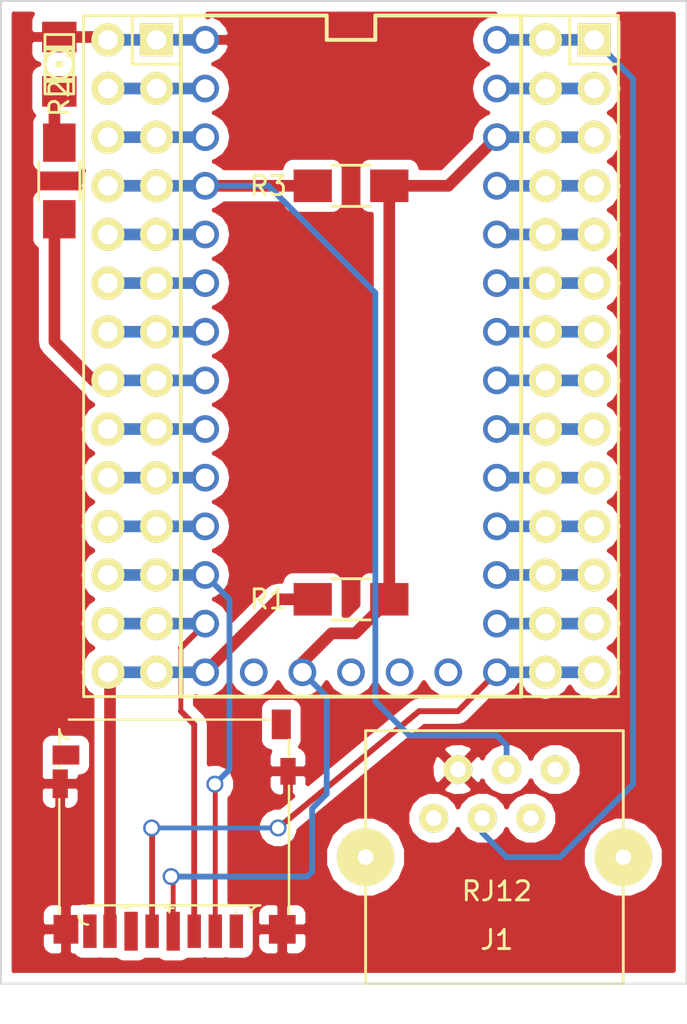
<source format=kicad_pcb>
(kicad_pcb (version 4) (host pcbnew "(2014-10-27 BZR 5228)-product")

  (general
    (links 75)
    (no_connects 0)
    (area 154.889999 89.865999 190.042001 145.084001)
    (thickness 1.6)
    (drawings 6)
    (tracks 116)
    (zones 0)
    (modules 9)
    (nets 40)
  )

  (page USLedger)
  (title_block
    (title "Pyrologger V3")
    (date "Monday, February 02, 2015")
    (company "Souly Solar")
  )

  (layers
    (0 F.Cu signal)
    (31 B.Cu signal)
    (32 B.Adhes user)
    (33 F.Adhes user)
    (34 B.Paste user)
    (35 F.Paste user)
    (36 B.SilkS user)
    (37 F.SilkS user)
    (38 B.Mask user)
    (39 F.Mask user)
    (40 Dwgs.User user)
    (41 Cmts.User user)
    (42 Eco1.User user)
    (43 Eco2.User user)
    (44 Edge.Cuts user)
    (45 Margin user)
    (46 B.CrtYd user)
    (47 F.CrtYd user)
    (48 B.Fab user)
    (49 F.Fab user)
  )

  (setup
    (last_trace_width 0.3048)
    (user_trace_width 0.1524)
    (user_trace_width 0.3048)
    (user_trace_width 0.6096)
    (trace_clearance 0.254)
    (zone_clearance 0.508)
    (zone_45_only no)
    (trace_min 0.1524)
    (segment_width 0.2)
    (edge_width 0.1)
    (via_size 0.889)
    (via_drill 0.635)
    (via_min_size 0.508)
    (via_min_drill 0.3302)
    (user_via 0.8636 0.6096)
    (uvia_size 0.508)
    (uvia_drill 0.127)
    (uvias_allowed no)
    (uvia_min_size 0.381)
    (uvia_min_drill 0.127)
    (pcb_text_width 0.3)
    (pcb_text_size 1.5 1.5)
    (mod_edge_width 0.15)
    (mod_text_size 1 1)
    (mod_text_width 0.15)
    (pad_size 1.5 1.5)
    (pad_drill 0.6)
    (pad_to_mask_clearance 0)
    (aux_axis_origin 0 0)
    (visible_elements 7FFFFF7F)
    (pcbplotparams
      (layerselection 0x00030_80000001)
      (usegerberextensions false)
      (excludeedgelayer true)
      (linewidth 0.100000)
      (plotframeref false)
      (viasonmask false)
      (mode 1)
      (useauxorigin false)
      (hpglpennumber 1)
      (hpglpenspeed 20)
      (hpglpendiameter 15)
      (hpglpenoverlay 2)
      (psnegative false)
      (psa4output false)
      (plotreference true)
      (plotvalue true)
      (plotinvisibletext false)
      (padsonsilk false)
      (subtractmaskfromsilk false)
      (outputformat 1)
      (mirror false)
      (drillshape 1)
      (scaleselection 1)
      (outputdirectory ""))
  )

  (net 0 "")
  (net 1 "Net-(J1-Pad6)")
  (net 2 "Net-(J1-Pad1)")
  (net 3 "Net-(J1-Pad5)")
  (net 4 "Net-(J1-Pad8)")
  (net 5 "Net-(J1-Pad7)")
  (net 6 +5V)
  (net 7 /DQ)
  (net 8 GND)
  (net 9 "Net-(D1-Pad1)")
  (net 10 /MISO)
  (net 11 "Net-(U1-PadDAT1)")
  (net 12 /SCK)
  (net 13 /MOSI)
  (net 14 /SS)
  (net 15 "Net-(U1-PadDAT2)")
  (net 16 "Net-(U2-PadVBAT)")
  (net 17 "Net-(U2-PadPGM)")
  (net 18 "Net-(U2-PadA14)")
  (net 19 /PIN0)
  (net 20 /PIN1)
  (net 21 /PIN3)
  (net 22 /PIN4)
  (net 23 /PIN5)
  (net 24 /PIN6)
  (net 25 /PIN7)
  (net 26 /PIN8)
  (net 27 /PIN9)
  (net 28 /PIN20)
  (net 29 /PIN19)
  (net 30 /PIN18)
  (net 31 /PIN17)
  (net 32 /PIN16)
  (net 33 /PIN15)
  (net 34 /PIN14)
  (net 35 +3.3V)
  (net 36 /PIN23)
  (net 37 /PIN22)
  (net 38 /PIN21)
  (net 39 /AGND)

  (net_class Default "This is the default net class."
    (clearance 0.254)
    (trace_width 0.254)
    (via_dia 0.889)
    (via_drill 0.635)
    (uvia_dia 0.508)
    (uvia_drill 0.127)
    (add_net +3.3V)
    (add_net +5V)
    (add_net /AGND)
    (add_net /DQ)
    (add_net /MISO)
    (add_net /MOSI)
    (add_net /PIN0)
    (add_net /PIN1)
    (add_net /PIN14)
    (add_net /PIN15)
    (add_net /PIN16)
    (add_net /PIN17)
    (add_net /PIN18)
    (add_net /PIN19)
    (add_net /PIN20)
    (add_net /PIN21)
    (add_net /PIN22)
    (add_net /PIN23)
    (add_net /PIN3)
    (add_net /PIN4)
    (add_net /PIN5)
    (add_net /PIN6)
    (add_net /PIN7)
    (add_net /PIN8)
    (add_net /PIN9)
    (add_net /SCK)
    (add_net /SS)
    (add_net GND)
    (add_net "Net-(D1-Pad1)")
    (add_net "Net-(J1-Pad1)")
    (add_net "Net-(J1-Pad5)")
    (add_net "Net-(J1-Pad6)")
    (add_net "Net-(J1-Pad7)")
    (add_net "Net-(J1-Pad8)")
    (add_net "Net-(U1-PadDAT1)")
    (add_net "Net-(U1-PadDAT2)")
    (add_net "Net-(U2-PadA14)")
    (add_net "Net-(U2-PadPGM)")
    (add_net "Net-(U2-PadVBAT)")
  )

  (module Connect:RJ12_E (layer F.Cu) (tedit 54B9CC0E) (tstamp 54B78787)
    (at 180.34 143.51)
    (path /54B70F87)
    (fp_text reference J1 (at 0 0) (layer F.SilkS)
      (effects (font (size 1 1) (thickness 0.15)))
    )
    (fp_text value RJ12 (at 0 -2.54) (layer F.SilkS)
      (effects (font (size 1 1) (thickness 0.15)))
    )
    (fp_line (start -6.858 -10.922) (end -6.858 2.286) (layer F.SilkS) (width 0.15))
    (fp_line (start 6.604 -10.922) (end 6.604 2.286) (layer F.SilkS) (width 0.15))
    (fp_line (start -6.858 2.286) (end 6.604 2.286) (layer F.SilkS) (width 0.15))
    (fp_line (start 5.842 -10.922) (end 6.604 -10.922) (layer F.SilkS) (width 0.15))
    (fp_line (start -6.858 -10.922) (end 5.842 -10.922) (layer F.SilkS) (width 0.15))
    (pad 4 thru_hole circle (at 0.508 -8.89) (size 1.524 1.524) (drill 0.8128) (layers *.Cu *.Mask F.SilkS)
      (net 7 /DQ))
    (pad 2 thru_hole circle (at -2.032 -8.89) (size 1.524 1.524) (drill 0.8128) (layers *.Cu *.Mask F.SilkS)
      (net 8 GND))
    (pad 6 thru_hole circle (at 3.048 -8.89) (size 1.524 1.524) (drill 0.8128) (layers *.Cu *.Mask F.SilkS)
      (net 1 "Net-(J1-Pad6)"))
    (pad 1 thru_hole circle (at -3.302 -6.35) (size 1.524 1.524) (drill 0.8128) (layers *.Cu *.Mask F.SilkS)
      (net 2 "Net-(J1-Pad1)"))
    (pad 3 thru_hole circle (at -0.762 -6.35) (size 1.524 1.524) (drill 0.8128) (layers *.Cu *.Mask F.SilkS)
      (net 6 +5V))
    (pad 5 thru_hole circle (at 1.778 -6.35) (size 1.524 1.524) (drill 0.8128) (layers *.Cu *.Mask F.SilkS)
      (net 3 "Net-(J1-Pad5)"))
    (pad 8 thru_hole circle (at 6.604 -4.318) (size 2.99974 2.99974) (drill 0.8128) (layers *.Cu *.Mask F.SilkS)
      (net 4 "Net-(J1-Pad8)"))
    (pad 7 thru_hole circle (at -6.858 -4.318) (size 2.99974 2.99974) (drill 0.8128) (layers *.Cu *.Mask F.SilkS)
      (net 5 "Net-(J1-Pad7)"))
  )

  (module Resistors_SMD:R_1206_HandSoldering (layer F.Cu) (tedit 54D0CE07) (tstamp 54B9CB1E)
    (at 172.72 125.73 180)
    (descr "Resistor SMD 1206, hand soldering")
    (tags "resistor 1206")
    (path /54B9C75F)
    (attr smd)
    (fp_text reference R1 (at 4.318 0 180) (layer F.SilkS)
      (effects (font (size 1 1) (thickness 0.15)))
    )
    (fp_text value 10K (at 0 0 180) (layer F.SilkS) hide
      (effects (font (size 1 1) (thickness 0.15)))
    )
    (fp_line (start -3.3 -1.2) (end 3.3 -1.2) (layer F.CrtYd) (width 0.05))
    (fp_line (start -3.3 1.2) (end 3.3 1.2) (layer F.CrtYd) (width 0.05))
    (fp_line (start -3.3 -1.2) (end -3.3 1.2) (layer F.CrtYd) (width 0.05))
    (fp_line (start 3.3 -1.2) (end 3.3 1.2) (layer F.CrtYd) (width 0.05))
    (fp_line (start 1 1.075) (end -1 1.075) (layer F.SilkS) (width 0.15))
    (fp_line (start -1 -1.075) (end 1 -1.075) (layer F.SilkS) (width 0.15))
    (pad 1 smd rect (at -2 0 180) (size 2 1.7) (layers F.Cu F.Paste F.Mask)
      (net 35 +3.3V))
    (pad 2 smd rect (at 2 0 180) (size 2 1.7) (layers F.Cu F.Paste F.Mask)
      (net 10 /MISO))
    (model Resistors_SMD/R_1206_HandSoldering.wrl
      (at (xyz 0 0 0))
      (scale (xyz 1 1 1))
      (rotate (xyz 0 0 0))
    )
  )

  (module Resistors_SMD:R_1206_HandSoldering (layer F.Cu) (tedit 54D0CDEE) (tstamp 54B9CB28)
    (at 157.48 103.886 90)
    (descr "Resistor SMD 1206, hand soldering")
    (tags "resistor 1206")
    (path /54B9C90A)
    (attr smd)
    (fp_text reference R2 (at 4.318 0 90) (layer F.SilkS)
      (effects (font (size 1 1) (thickness 0.15)))
    )
    (fp_text value "330 " (at -0.254 -0.254 90) (layer F.SilkS) hide
      (effects (font (size 1 1) (thickness 0.15)))
    )
    (fp_line (start -3.3 -1.2) (end 3.3 -1.2) (layer F.CrtYd) (width 0.05))
    (fp_line (start -3.3 1.2) (end 3.3 1.2) (layer F.CrtYd) (width 0.05))
    (fp_line (start -3.3 -1.2) (end -3.3 1.2) (layer F.CrtYd) (width 0.05))
    (fp_line (start 3.3 -1.2) (end 3.3 1.2) (layer F.CrtYd) (width 0.05))
    (fp_line (start 1 1.075) (end -1 1.075) (layer F.SilkS) (width 0.15))
    (fp_line (start -1 -1.075) (end 1 -1.075) (layer F.SilkS) (width 0.15))
    (pad 1 smd rect (at -2 0 90) (size 2 1.7) (layers F.Cu F.Paste F.Mask)
      (net 24 /PIN6))
    (pad 2 smd rect (at 2 0 90) (size 2 1.7) (layers F.Cu F.Paste F.Mask)
      (net 9 "Net-(D1-Pad1)"))
    (model Resistors_SMD/R_1206_HandSoldering.wrl
      (at (xyz 0 0 0))
      (scale (xyz 1 1 1))
      (rotate (xyz 0 0 0))
    )
  )

  (module Resistors_SMD:R_1206_HandSoldering (layer F.Cu) (tedit 54D0CDF3) (tstamp 54BA6C7D)
    (at 172.72 104.14 180)
    (descr "Resistor SMD 1206, hand soldering")
    (tags "resistor 1206")
    (path /54B71559)
    (attr smd)
    (fp_text reference R3 (at 4.318 0 180) (layer F.SilkS)
      (effects (font (size 1 1) (thickness 0.15)))
    )
    (fp_text value 4.7K (at 0 0 180) (layer F.SilkS) hide
      (effects (font (size 1 1) (thickness 0.15)))
    )
    (fp_line (start -3.3 -1.2) (end 3.3 -1.2) (layer F.CrtYd) (width 0.05))
    (fp_line (start -3.3 1.2) (end 3.3 1.2) (layer F.CrtYd) (width 0.05))
    (fp_line (start -3.3 -1.2) (end -3.3 1.2) (layer F.CrtYd) (width 0.05))
    (fp_line (start 3.3 -1.2) (end 3.3 1.2) (layer F.CrtYd) (width 0.05))
    (fp_line (start 1 1.075) (end -1 1.075) (layer F.SilkS) (width 0.15))
    (fp_line (start -1 -1.075) (end 1 -1.075) (layer F.SilkS) (width 0.15))
    (pad 1 smd rect (at -2 0 180) (size 2 1.7) (layers F.Cu F.Paste F.Mask)
      (net 35 +3.3V))
    (pad 2 smd rect (at 2 0 180) (size 2 1.7) (layers F.Cu F.Paste F.Mask)
      (net 7 /DQ))
    (model Resistors_SMD/R_1206_HandSoldering.wrl
      (at (xyz 0 0 0))
      (scale (xyz 1 1 1))
      (rotate (xyz 0 0 0))
    )
  )

  (module Socket_Strips:Socket_Strip_Straight_2x14 (layer F.Cu) (tedit 54D0CF08) (tstamp 54BA9223)
    (at 161.29 113.03 90)
    (descr "Through hole socket strip")
    (tags "socket strip")
    (path /54BA918C)
    (fp_text reference P1 (at 0 -3.81 90) (layer F.SilkS) hide
      (effects (font (size 1 1) (thickness 0.15)))
    )
    (fp_text value CONN_02X14 (at 0 0 90) (layer F.SilkS) hide
      (effects (font (size 1 1) (thickness 0.15)))
    )
    (fp_line (start -17.78 -2.54) (end 17.78 -2.54) (layer F.SilkS) (width 0.15))
    (fp_line (start 15.24 2.54) (end -17.78 2.54) (layer F.SilkS) (width 0.15))
    (fp_line (start -17.78 -2.54) (end -17.78 2.54) (layer F.SilkS) (width 0.15))
    (fp_line (start 17.78 -2.54) (end 17.78 0) (layer F.SilkS) (width 0.15))
    (fp_line (start 17.78 2.54) (end 15.24 2.54) (layer F.SilkS) (width 0.15))
    (fp_line (start 17.78 0) (end 15.24 0) (layer F.SilkS) (width 0.15))
    (fp_line (start 15.24 0) (end 15.24 2.54) (layer F.SilkS) (width 0.15))
    (fp_line (start 17.78 2.54) (end 17.78 0) (layer F.SilkS) (width 0.15))
    (pad 1 thru_hole rect (at 16.51 1.27 270) (size 1.7272 1.7272) (drill 1.016) (layers *.Cu *.Mask F.SilkS)
      (net 8 GND))
    (pad 2 thru_hole oval (at 16.51 -1.27 270) (size 1.7272 1.7272) (drill 1.016) (layers *.Cu *.Mask F.SilkS)
      (net 8 GND))
    (pad 3 thru_hole oval (at 13.97 1.27 270) (size 1.7272 1.7272) (drill 1.016) (layers *.Cu *.Mask F.SilkS)
      (net 19 /PIN0))
    (pad 4 thru_hole oval (at 13.97 -1.27 270) (size 1.7272 1.7272) (drill 1.016) (layers *.Cu *.Mask F.SilkS)
      (net 19 /PIN0))
    (pad 5 thru_hole oval (at 11.43 1.27 270) (size 1.7272 1.7272) (drill 1.016) (layers *.Cu *.Mask F.SilkS)
      (net 20 /PIN1))
    (pad 6 thru_hole oval (at 11.43 -1.27 270) (size 1.7272 1.7272) (drill 1.016) (layers *.Cu *.Mask F.SilkS)
      (net 20 /PIN1))
    (pad 7 thru_hole oval (at 8.89 1.27 270) (size 1.7272 1.7272) (drill 1.016) (layers *.Cu *.Mask F.SilkS)
      (net 7 /DQ))
    (pad 8 thru_hole oval (at 8.89 -1.27 270) (size 1.7272 1.7272) (drill 1.016) (layers *.Cu *.Mask F.SilkS)
      (net 7 /DQ))
    (pad 9 thru_hole oval (at 6.35 1.27 270) (size 1.7272 1.7272) (drill 1.016) (layers *.Cu *.Mask F.SilkS)
      (net 21 /PIN3))
    (pad 10 thru_hole oval (at 6.35 -1.27 270) (size 1.7272 1.7272) (drill 1.016) (layers *.Cu *.Mask F.SilkS)
      (net 21 /PIN3))
    (pad 11 thru_hole oval (at 3.81 1.27 270) (size 1.7272 1.7272) (drill 1.016) (layers *.Cu *.Mask F.SilkS)
      (net 22 /PIN4))
    (pad 12 thru_hole oval (at 3.81 -1.27 270) (size 1.7272 1.7272) (drill 1.016) (layers *.Cu *.Mask F.SilkS)
      (net 22 /PIN4))
    (pad 13 thru_hole oval (at 1.27 1.27 270) (size 1.7272 1.7272) (drill 1.016) (layers *.Cu *.Mask F.SilkS)
      (net 23 /PIN5))
    (pad 14 thru_hole oval (at 1.27 -1.27 270) (size 1.7272 1.7272) (drill 1.016) (layers *.Cu *.Mask F.SilkS)
      (net 23 /PIN5))
    (pad 15 thru_hole oval (at -1.27 1.27 270) (size 1.7272 1.7272) (drill 1.016) (layers *.Cu *.Mask F.SilkS)
      (net 24 /PIN6))
    (pad 16 thru_hole oval (at -1.27 -1.27 270) (size 1.7272 1.7272) (drill 1.016) (layers *.Cu *.Mask F.SilkS)
      (net 24 /PIN6))
    (pad 17 thru_hole oval (at -3.81 1.27 270) (size 1.7272 1.7272) (drill 1.016) (layers *.Cu *.Mask F.SilkS)
      (net 25 /PIN7))
    (pad 18 thru_hole oval (at -3.81 -1.27 270) (size 1.7272 1.7272) (drill 1.016) (layers *.Cu *.Mask F.SilkS)
      (net 25 /PIN7))
    (pad 19 thru_hole oval (at -6.35 1.27 270) (size 1.7272 1.7272) (drill 1.016) (layers *.Cu *.Mask F.SilkS)
      (net 26 /PIN8))
    (pad 20 thru_hole oval (at -6.35 -1.27 270) (size 1.7272 1.7272) (drill 1.016) (layers *.Cu *.Mask F.SilkS)
      (net 26 /PIN8))
    (pad 21 thru_hole oval (at -8.89 1.27 270) (size 1.7272 1.7272) (drill 1.016) (layers *.Cu *.Mask F.SilkS)
      (net 27 /PIN9))
    (pad 22 thru_hole oval (at -8.89 -1.27 270) (size 1.7272 1.7272) (drill 1.016) (layers *.Cu *.Mask F.SilkS)
      (net 27 /PIN9))
    (pad 23 thru_hole oval (at -11.43 1.27 270) (size 1.7272 1.7272) (drill 1.016) (layers *.Cu *.Mask F.SilkS)
      (net 14 /SS))
    (pad 24 thru_hole oval (at -11.43 -1.27 270) (size 1.7272 1.7272) (drill 1.016) (layers *.Cu *.Mask F.SilkS)
      (net 14 /SS))
    (pad 25 thru_hole oval (at -13.97 1.27 270) (size 1.7272 1.7272) (drill 1.016) (layers *.Cu *.Mask F.SilkS)
      (net 13 /MOSI))
    (pad 26 thru_hole oval (at -13.97 -1.27 270) (size 1.7272 1.7272) (drill 1.016) (layers *.Cu *.Mask F.SilkS)
      (net 13 /MOSI))
    (pad 27 thru_hole oval (at -16.51 1.27 270) (size 1.7272 1.7272) (drill 1.016) (layers *.Cu *.Mask F.SilkS)
      (net 10 /MISO))
    (pad 28 thru_hole oval (at -16.51 -1.27 270) (size 1.7272 1.7272) (drill 1.016) (layers *.Cu *.Mask F.SilkS)
      (net 10 /MISO))
    (model Socket_Strips/Socket_Strip_Straight_2x14.wrl
      (at (xyz 0 0 0))
      (scale (xyz 1 1 1))
      (rotate (xyz 0 0 0))
    )
  )

  (module Socket_Strips:Socket_Strip_Straight_2x14 (layer F.Cu) (tedit 54D0DB58) (tstamp 54BA92A4)
    (at 184.15 113.03 90)
    (descr "Through hole socket strip")
    (tags "socket strip")
    (path /54BA91AB)
    (fp_text reference P2 (at 0 -3.81 90) (layer F.SilkS) hide
      (effects (font (size 1 1) (thickness 0.15)))
    )
    (fp_text value CONN_02X14 (at 0 0 90) (layer F.SilkS) hide
      (effects (font (size 1 1) (thickness 0.15)))
    )
    (fp_line (start -17.78 -2.54) (end 17.78 -2.54) (layer F.SilkS) (width 0.15))
    (fp_line (start 15.24 2.54) (end -17.78 2.54) (layer F.SilkS) (width 0.15))
    (fp_line (start -17.78 -2.54) (end -17.78 2.54) (layer F.SilkS) (width 0.15))
    (fp_line (start 17.78 -2.54) (end 17.78 0) (layer F.SilkS) (width 0.15))
    (fp_line (start 17.78 2.54) (end 15.24 2.54) (layer F.SilkS) (width 0.15))
    (fp_line (start 17.78 0) (end 15.24 0) (layer F.SilkS) (width 0.15))
    (fp_line (start 15.24 0) (end 15.24 2.54) (layer F.SilkS) (width 0.15))
    (fp_line (start 17.78 2.54) (end 17.78 0) (layer F.SilkS) (width 0.15))
    (pad 1 thru_hole rect (at 16.51 1.27 270) (size 1.7272 1.7272) (drill 1.016) (layers *.Cu *.Mask F.SilkS)
      (net 6 +5V))
    (pad 2 thru_hole oval (at 16.51 -1.27 270) (size 1.7272 1.7272) (drill 1.016) (layers *.Cu *.Mask F.SilkS)
      (net 6 +5V))
    (pad 3 thru_hole oval (at 13.97 1.27 270) (size 1.7272 1.7272) (drill 1.016) (layers *.Cu *.Mask F.SilkS)
      (net 39 /AGND))
    (pad 4 thru_hole oval (at 13.97 -1.27 270) (size 1.7272 1.7272) (drill 1.016) (layers *.Cu *.Mask F.SilkS)
      (net 39 /AGND))
    (pad 5 thru_hole oval (at 11.43 1.27 270) (size 1.7272 1.7272) (drill 1.016) (layers *.Cu *.Mask F.SilkS)
      (net 35 +3.3V))
    (pad 6 thru_hole oval (at 11.43 -1.27 270) (size 1.7272 1.7272) (drill 1.016) (layers *.Cu *.Mask F.SilkS)
      (net 35 +3.3V))
    (pad 7 thru_hole oval (at 8.89 1.27 270) (size 1.7272 1.7272) (drill 1.016) (layers *.Cu *.Mask F.SilkS)
      (net 36 /PIN23))
    (pad 8 thru_hole oval (at 8.89 -1.27 270) (size 1.7272 1.7272) (drill 1.016) (layers *.Cu *.Mask F.SilkS)
      (net 36 /PIN23))
    (pad 9 thru_hole oval (at 6.35 1.27 270) (size 1.7272 1.7272) (drill 1.016) (layers *.Cu *.Mask F.SilkS)
      (net 37 /PIN22))
    (pad 10 thru_hole oval (at 6.35 -1.27 270) (size 1.7272 1.7272) (drill 1.016) (layers *.Cu *.Mask F.SilkS)
      (net 37 /PIN22))
    (pad 11 thru_hole oval (at 3.81 1.27 270) (size 1.7272 1.7272) (drill 1.016) (layers *.Cu *.Mask F.SilkS)
      (net 38 /PIN21))
    (pad 12 thru_hole oval (at 3.81 -1.27 270) (size 1.7272 1.7272) (drill 1.016) (layers *.Cu *.Mask F.SilkS)
      (net 38 /PIN21))
    (pad 13 thru_hole oval (at 1.27 1.27 270) (size 1.7272 1.7272) (drill 1.016) (layers *.Cu *.Mask F.SilkS)
      (net 28 /PIN20))
    (pad 14 thru_hole oval (at 1.27 -1.27 270) (size 1.7272 1.7272) (drill 1.016) (layers *.Cu *.Mask F.SilkS)
      (net 28 /PIN20))
    (pad 15 thru_hole oval (at -1.27 1.27 270) (size 1.7272 1.7272) (drill 1.016) (layers *.Cu *.Mask F.SilkS)
      (net 29 /PIN19))
    (pad 16 thru_hole oval (at -1.27 -1.27 270) (size 1.7272 1.7272) (drill 1.016) (layers *.Cu *.Mask F.SilkS)
      (net 29 /PIN19))
    (pad 17 thru_hole oval (at -3.81 1.27 270) (size 1.7272 1.7272) (drill 1.016) (layers *.Cu *.Mask F.SilkS)
      (net 30 /PIN18))
    (pad 18 thru_hole oval (at -3.81 -1.27 270) (size 1.7272 1.7272) (drill 1.016) (layers *.Cu *.Mask F.SilkS)
      (net 30 /PIN18))
    (pad 19 thru_hole oval (at -6.35 1.27 270) (size 1.7272 1.7272) (drill 1.016) (layers *.Cu *.Mask F.SilkS)
      (net 31 /PIN17))
    (pad 20 thru_hole oval (at -6.35 -1.27 270) (size 1.7272 1.7272) (drill 1.016) (layers *.Cu *.Mask F.SilkS)
      (net 31 /PIN17))
    (pad 21 thru_hole oval (at -8.89 1.27 270) (size 1.7272 1.7272) (drill 1.016) (layers *.Cu *.Mask F.SilkS)
      (net 32 /PIN16))
    (pad 22 thru_hole oval (at -8.89 -1.27 270) (size 1.7272 1.7272) (drill 1.016) (layers *.Cu *.Mask F.SilkS)
      (net 32 /PIN16))
    (pad 23 thru_hole oval (at -11.43 1.27 270) (size 1.7272 1.7272) (drill 1.016) (layers *.Cu *.Mask F.SilkS)
      (net 33 /PIN15))
    (pad 24 thru_hole oval (at -11.43 -1.27 270) (size 1.7272 1.7272) (drill 1.016) (layers *.Cu *.Mask F.SilkS)
      (net 33 /PIN15))
    (pad 25 thru_hole oval (at -13.97 1.27 270) (size 1.7272 1.7272) (drill 1.016) (layers *.Cu *.Mask F.SilkS)
      (net 34 /PIN14))
    (pad 26 thru_hole oval (at -13.97 -1.27 270) (size 1.7272 1.7272) (drill 1.016) (layers *.Cu *.Mask F.SilkS)
      (net 34 /PIN14))
    (pad 27 thru_hole oval (at -16.51 1.27 270) (size 1.7272 1.7272) (drill 1.016) (layers *.Cu *.Mask F.SilkS)
      (net 12 /SCK))
    (pad 28 thru_hole oval (at -16.51 -1.27 270) (size 1.7272 1.7272) (drill 1.016) (layers *.Cu *.Mask F.SilkS)
      (net 12 /SCK))
    (model Socket_Strips/Socket_Strip_Straight_2x14.wrl
      (at (xyz 0 0 0))
      (scale (xyz 1 1 1))
      (rotate (xyz 0 0 0))
    )
  )

  (module My_Library:DM3D-MicroSD (layer F.Cu) (tedit 54D0CE4A) (tstamp 54BA94BF)
    (at 157.48 143.51)
    (path /54B92E93)
    (fp_text reference U1 (at 0 0) (layer Cmts.User) hide
      (effects (font (size 0 0) (thickness 0.000001)))
    )
    (fp_text value MICRO-SDCARD_MICRO-SDCARD (at 0 0) (layer Eco1.User) hide
      (effects (font (size 0 0) (thickness 0.000001)))
    )
    (fp_text user >name (at 5.62356 -3.84302) (layer Eco1.User) hide
      (effects (font (size 0.8128 0.8128) (thickness 0.12954)))
    )
    (fp_text user >value (at 6.43636 -2.84226) (layer Eco1.User) hide
      (effects (font (size 0.8128 0.8128) (thickness 0.12954)))
    )
    (fp_text user + (at 5.74802 -1.69418) (layer F.SilkS)
      (effects (font (size 0.6096 0.6096) (thickness 0.09652)))
    )
    (fp_text user - (at 3.49758 -1.69418) (layer F.SilkS)
      (effects (font (size 0.6096 0.6096) (thickness 0.09652)))
    )
    (fp_text user . (at 9.24814 -1.69418) (layer F.SilkS)
      (effects (font (size 0.6096 0.6096) (thickness 0.09652)))
    )
    (fp_arc (start 1.4986 -1.29794) (end 0.99822 -1.29794) (angle -90) (layer F.SilkS) (width 0.127))
    (fp_line (start 1.4986 -1.79832) (end 10.49782 -1.79832) (layer F.SilkS) (width 0.127))
    (fp_arc (start 10.49782 -1.29794) (end 10.49782 -1.79832) (angle -90) (layer F.SilkS) (width 0.127))
    (fp_line (start 0.49784 0) (end 0.49784 3.8481) (layer Cmts.User) (width 0.127))
    (fp_arc (start 0.99822 3.8481) (end 0.49784 3.8481) (angle 90) (layer Cmts.User) (width 0.127))
    (fp_line (start 0.99822 4.34848) (end 10.9982 4.34848) (layer Cmts.User) (width 0.127))
    (fp_arc (start 10.9982 3.8481) (end 10.9982 4.34848) (angle 90) (layer Cmts.User) (width 0.127))
    (fp_line (start 11.49858 3.8481) (end 11.49858 0) (layer Cmts.User) (width 0.127))
    (fp_line (start 0 -1.34874) (end 0 -7.34822) (layer F.SilkS) (width 0.127))
    (fp_line (start 0 -9.09828) (end 0 -8.94842) (layer F.SilkS) (width 0.127))
    (fp_line (start 0 -10.1981) (end 0 -10.9982) (layer F.SilkS) (width 0.127))
    (fp_arc (start 0.49784 -10.9982) (end 0 -10.9982) (angle -90) (layer F.SilkS) (width 0.127))
    (fp_line (start 0.49784 -11.49858) (end 10.9982 -11.49858) (layer F.SilkS) (width 0.127))
    (fp_line (start 11.99896 -9.54786) (end 11.99896 -10.44956) (layer F.SilkS) (width 0.127))
    (fp_line (start 11.99896 -1.34874) (end 11.99896 -8.04926) (layer F.SilkS) (width 0.127))
    (fp_line (start 1.04902 -5.29844) (end 9.14908 -5.29844) (layer Dwgs.User) (width 0.127))
    (fp_line (start 9.14908 -5.29844) (end 9.14908 -7.29996) (layer Dwgs.User) (width 0.127))
    (fp_line (start 9.14908 -7.29996) (end 1.04902 -7.29996) (layer Dwgs.User) (width 0.127))
    (fp_line (start 1.04902 -7.29996) (end 1.04902 -5.29844) (layer Dwgs.User) (width 0.127))
    (fp_line (start 4.09956 -9.4996) (end 6.59892 -9.4996) (layer Dwgs.User) (width 0.127))
    (fp_line (start 6.59892 -9.4996) (end 6.59892 -11.49858) (layer Dwgs.User) (width 0.127))
    (fp_line (start 6.59892 -11.49858) (end 4.09956 -11.49858) (layer Dwgs.User) (width 0.127))
    (fp_line (start 4.09956 -11.49858) (end 4.09956 -9.4996) (layer Dwgs.User) (width 0.127))
    (pad GND3 smd rect (at 11.64844 -0.54864 90) (size 1.4986 1.39954) (layers F.Cu F.Paste F.Mask)
      (net 8 GND))
    (pad GND4 smd rect (at 0.34798 -0.54864 90) (size 1.4986 1.29794) (layers F.Cu F.Paste F.Mask)
      (net 8 GND))
    (pad DAT1 smd rect (at 1.59766 -0.44958 180) (size 0.6985 1.74752) (layers F.Cu F.Paste F.Mask)
      (net 11 "Net-(U1-PadDAT1)"))
    (pad DAT0 smd rect (at 2.64922 -0.44958 180) (size 0.6985 1.74752) (layers F.Cu F.Paste F.Mask)
      (net 10 /MISO))
    (pad VSS smd rect (at 3.74904 -0.44958 180) (size 0.6985 2.032) (layers F.Cu F.Paste F.Mask))
    (pad CLK smd rect (at 4.84886 -0.44958 180) (size 0.6985 1.74752) (layers F.Cu F.Paste F.Mask)
      (net 12 /SCK))
    (pad VDD smd rect (at 5.94868 -0.44958 180) (size 0.6985 2.032) (layers F.Cu F.Paste F.Mask))
    (pad CMD smd rect (at 7.0485 -0.44958 180) (size 0.6985 1.74752) (layers F.Cu F.Paste F.Mask)
      (net 13 /MOSI))
    (pad CD/D smd rect (at 8.14832 -0.44958 180) (size 0.6985 1.74752) (layers F.Cu F.Paste F.Mask)
      (net 14 /SS))
    (pad DAT2 smd rect (at 9.24814 -0.44958 180) (size 0.6985 1.74752) (layers F.Cu F.Paste F.Mask)
      (net 15 "Net-(U1-PadDAT2)"))
    (pad GND1 smd rect (at 0.04826 -8.14832) (size 0.79756 1.4986) (layers F.Cu F.Paste F.Mask)
      (net 8 GND))
    (pad SW_B smd rect (at 0.34798 -9.64946 270) (size 0.99822 1.39954) (layers F.Cu F.Paste F.Mask))
    (pad GND2 smd rect (at 11.94816 -8.79856) (size 0.79756 1.39954) (layers F.Cu F.Paste F.Mask)
      (net 8 GND))
    (pad SW_A smd rect (at 11.59764 -11.24966) (size 0.99822 1.5494) (layers F.Cu F.Paste F.Mask))
  )

  (module My_Library:TEENSY_3.1_BASIC (layer F.Cu) (tedit 54D0CE29) (tstamp 54BA94D0)
    (at 172.72 113.03)
    (path /54B70498)
    (fp_text reference U2 (at -1.27 -13.335) (layer Eco1.User)
      (effects (font (size 1.27 1.27) (thickness 0.1016)))
    )
    (fp_text value TEENSY_3.1_BASIC_TEENSY_3.1_BASIC (at -0.254 -24.13) (layer Eco1.User) hide
      (effects (font (size 1.27 1.27) (thickness 0.1016)))
    )
    (fp_line (start -8.89 -17.78) (end 8.89 -17.78) (layer Cmts.User) (width 0.127))
    (fp_line (start 8.89 -17.78) (end 8.89 17.78) (layer Cmts.User) (width 0.127))
    (fp_line (start 8.89 17.78) (end -8.89 17.78) (layer Cmts.User) (width 0.127))
    (fp_line (start -8.89 17.78) (end -8.89 -17.78) (layer Cmts.User) (width 0.127))
    (fp_line (start -1.27 -16.51) (end 1.27 -16.51) (layer F.SilkS) (width 0.2032))
    (fp_line (start 1.27 -16.51) (end 1.27 -17.78) (layer F.SilkS) (width 0.2032))
    (fp_line (start 1.27 -17.78) (end 8.89 -17.78) (layer F.SilkS) (width 0.2032))
    (fp_line (start 8.89 -17.78) (end 8.89 17.78) (layer F.SilkS) (width 0.2032))
    (fp_line (start 8.89 17.78) (end -8.89 17.78) (layer F.SilkS) (width 0.2032))
    (fp_line (start -8.89 17.78) (end -8.89 -17.78) (layer F.SilkS) (width 0.2032))
    (fp_line (start -8.89 -17.78) (end -1.27 -17.78) (layer F.SilkS) (width 0.2032))
    (fp_line (start -1.27 -17.78) (end -1.27 -16.51) (layer F.SilkS) (width 0.2032))
    (pad GND thru_hole oval (at -7.62 -16.51) (size 1.4478 1.4478) (drill 0.9652) (layers *.Cu *.Mask)
      (net 8 GND))
    (pad 0 thru_hole oval (at -7.62 -13.97) (size 1.4478 1.4478) (drill 0.9652) (layers *.Cu *.Mask)
      (net 19 /PIN0))
    (pad 1 thru_hole oval (at -7.62 -11.43) (size 1.4478 1.4478) (drill 0.9652) (layers *.Cu *.Mask)
      (net 20 /PIN1))
    (pad 2 thru_hole oval (at -7.62 -8.89) (size 1.4478 1.4478) (drill 0.9652) (layers *.Cu *.Mask)
      (net 7 /DQ))
    (pad 3 thru_hole oval (at -7.62 -6.35) (size 1.4478 1.4478) (drill 0.9652) (layers *.Cu *.Mask)
      (net 21 /PIN3))
    (pad 4 thru_hole oval (at -7.62 -3.81) (size 1.4478 1.4478) (drill 0.9652) (layers *.Cu *.Mask)
      (net 22 /PIN4))
    (pad 5 thru_hole oval (at -7.62 -1.27) (size 1.4478 1.4478) (drill 0.9652) (layers *.Cu *.Mask)
      (net 23 /PIN5))
    (pad 6 thru_hole oval (at -7.62 1.27) (size 1.4478 1.4478) (drill 0.9652) (layers *.Cu *.Mask)
      (net 24 /PIN6))
    (pad 7 thru_hole oval (at -7.62 3.81) (size 1.4478 1.4478) (drill 0.9652) (layers *.Cu *.Mask)
      (net 25 /PIN7))
    (pad 8 thru_hole oval (at -7.62 6.35) (size 1.4478 1.4478) (drill 0.9652) (layers *.Cu *.Mask)
      (net 26 /PIN8))
    (pad 9 thru_hole oval (at -7.62 8.89) (size 1.4478 1.4478) (drill 0.9652) (layers *.Cu *.Mask)
      (net 27 /PIN9))
    (pad 10 thru_hole oval (at -7.62 11.43) (size 1.4478 1.4478) (drill 0.9652) (layers *.Cu *.Mask)
      (net 14 /SS))
    (pad 11 thru_hole oval (at -7.62 13.97) (size 1.4478 1.4478) (drill 0.9652) (layers *.Cu *.Mask)
      (net 13 /MOSI))
    (pad 12 thru_hole oval (at -7.62 16.51) (size 1.4478 1.4478) (drill 0.9652) (layers *.Cu *.Mask)
      (net 10 /MISO))
    (pad VBAT thru_hole oval (at -5.08 16.51) (size 1.4478 1.4478) (drill 0.9652) (layers *.Cu *.Mask)
      (net 16 "Net-(U2-PadVBAT)"))
    (pad 3.3V thru_hole oval (at -2.54 16.51) (size 1.4478 1.4478) (drill 0.9652) (layers *.Cu *.Mask)
      (net 35 +3.3V))
    (pad GND1 thru_hole oval (at 0 16.51) (size 1.4478 1.4478) (drill 0.9652) (layers *.Cu *.Mask))
    (pad PGM thru_hole oval (at 2.54 16.51) (size 1.4478 1.4478) (drill 0.9652) (layers *.Cu *.Mask)
      (net 17 "Net-(U2-PadPGM)"))
    (pad A14 thru_hole oval (at 5.08 16.51) (size 1.4478 1.4478) (drill 0.9652) (layers *.Cu *.Mask)
      (net 18 "Net-(U2-PadA14)"))
    (pad 13 thru_hole oval (at 7.62 16.51) (size 1.4478 1.4478) (drill 0.9652) (layers *.Cu *.Mask)
      (net 12 /SCK))
    (pad 14/A thru_hole oval (at 7.62 13.97) (size 1.4478 1.4478) (drill 0.9652) (layers *.Cu *.Mask)
      (net 34 /PIN14))
    (pad 15/A thru_hole oval (at 7.62 11.43) (size 1.4478 1.4478) (drill 0.9652) (layers *.Cu *.Mask)
      (net 33 /PIN15))
    (pad 16/A thru_hole oval (at 7.62 8.89) (size 1.4478 1.4478) (drill 0.9652) (layers *.Cu *.Mask)
      (net 32 /PIN16))
    (pad 17/A thru_hole oval (at 7.62 6.35) (size 1.4478 1.4478) (drill 0.9652) (layers *.Cu *.Mask)
      (net 31 /PIN17))
    (pad 18/A thru_hole oval (at 7.62 3.81) (size 1.4478 1.4478) (drill 0.9652) (layers *.Cu *.Mask)
      (net 30 /PIN18))
    (pad 19/A thru_hole oval (at 7.62 1.27) (size 1.4478 1.4478) (drill 0.9652) (layers *.Cu *.Mask)
      (net 29 /PIN19))
    (pad 20/A thru_hole oval (at 7.62 -1.27) (size 1.4478 1.4478) (drill 0.9652) (layers *.Cu *.Mask)
      (net 28 /PIN20))
    (pad 21/A thru_hole oval (at 7.62 -3.81) (size 1.4478 1.4478) (drill 0.9652) (layers *.Cu *.Mask)
      (net 38 /PIN21))
    (pad 22/A thru_hole oval (at 7.62 -6.35) (size 1.4478 1.4478) (drill 0.9652) (layers *.Cu *.Mask)
      (net 37 /PIN22))
    (pad 23/A thru_hole oval (at 7.62 -8.89) (size 1.4478 1.4478) (drill 0.9652) (layers *.Cu *.Mask)
      (net 36 /PIN23))
    (pad 3.3V thru_hole oval (at 7.62 -11.43) (size 1.4478 1.4478) (drill 0.9652) (layers *.Cu *.Mask)
      (net 35 +3.3V))
    (pad AGND thru_hole oval (at 7.62 -13.97) (size 1.4478 1.4478) (drill 0.9652) (layers *.Cu *.Mask)
      (net 39 /AGND))
    (pad VIN thru_hole oval (at 7.62 -16.51) (size 1.4478 1.4478) (drill 0.9652) (layers *.Cu *.Mask)
      (net 6 +5V))
  )

  (module LEDs:LED-1206 (layer F.Cu) (tedit 54D117BA) (tstamp 54D0DC35)
    (at 157.48 97.79 90)
    (descr "LED 1206 smd package")
    (tags "LED1206 SMD")
    (path /54B9C95B)
    (attr smd)
    (fp_text reference D1 (at 0.254 -1.524 90) (layer F.SilkS) hide
      (effects (font (size 1 1) (thickness 0.15)))
    )
    (fp_text value LED (at 0 1.524 90) (layer F.SilkS) hide
      (effects (font (size 1 1) (thickness 0.15)))
    )
    (fp_line (start -0.09906 0.09906) (end 0.09906 0.09906) (layer F.SilkS) (width 0.15))
    (fp_line (start 0.09906 0.09906) (end 0.09906 -0.09906) (layer F.SilkS) (width 0.15))
    (fp_line (start -0.09906 -0.09906) (end 0.09906 -0.09906) (layer F.SilkS) (width 0.15))
    (fp_line (start -0.09906 0.09906) (end -0.09906 -0.09906) (layer F.SilkS) (width 0.15))
    (fp_line (start 0.44958 0.6985) (end 0.79756 0.6985) (layer F.SilkS) (width 0.15))
    (fp_line (start 0.79756 0.6985) (end 0.79756 0.44958) (layer F.SilkS) (width 0.15))
    (fp_line (start 0.44958 0.44958) (end 0.79756 0.44958) (layer F.SilkS) (width 0.15))
    (fp_line (start 0.44958 0.6985) (end 0.44958 0.44958) (layer F.SilkS) (width 0.15))
    (fp_line (start 0.79756 0.6985) (end 0.89916 0.6985) (layer F.SilkS) (width 0.15))
    (fp_line (start 0.89916 0.6985) (end 0.89916 -0.49784) (layer F.SilkS) (width 0.15))
    (fp_line (start 0.79756 -0.49784) (end 0.89916 -0.49784) (layer F.SilkS) (width 0.15))
    (fp_line (start 0.79756 0.6985) (end 0.79756 -0.49784) (layer F.SilkS) (width 0.15))
    (fp_line (start 0.79756 -0.54864) (end 0.89916 -0.54864) (layer F.SilkS) (width 0.15))
    (fp_line (start 0.89916 -0.54864) (end 0.89916 -0.6985) (layer F.SilkS) (width 0.15))
    (fp_line (start 0.79756 -0.6985) (end 0.89916 -0.6985) (layer F.SilkS) (width 0.15))
    (fp_line (start 0.79756 -0.54864) (end 0.79756 -0.6985) (layer F.SilkS) (width 0.15))
    (fp_line (start -0.89916 0.6985) (end -0.79756 0.6985) (layer F.SilkS) (width 0.15))
    (fp_line (start -0.79756 0.6985) (end -0.79756 -0.49784) (layer F.SilkS) (width 0.15))
    (fp_line (start -0.89916 -0.49784) (end -0.79756 -0.49784) (layer F.SilkS) (width 0.15))
    (fp_line (start -0.89916 0.6985) (end -0.89916 -0.49784) (layer F.SilkS) (width 0.15))
    (fp_line (start -0.89916 -0.54864) (end -0.79756 -0.54864) (layer F.SilkS) (width 0.15))
    (fp_line (start -0.79756 -0.54864) (end -0.79756 -0.6985) (layer F.SilkS) (width 0.15))
    (fp_line (start -0.89916 -0.6985) (end -0.79756 -0.6985) (layer F.SilkS) (width 0.15))
    (fp_line (start -0.89916 -0.54864) (end -0.89916 -0.6985) (layer F.SilkS) (width 0.15))
    (fp_line (start 0.44958 0.6985) (end 0.59944 0.6985) (layer F.SilkS) (width 0.15))
    (fp_line (start 0.59944 0.6985) (end 0.59944 0.44958) (layer F.SilkS) (width 0.15))
    (fp_line (start 0.44958 0.44958) (end 0.59944 0.44958) (layer F.SilkS) (width 0.15))
    (fp_line (start 0.44958 0.6985) (end 0.44958 0.44958) (layer F.SilkS) (width 0.15))
    (fp_line (start 1.5494 0.7493) (end -1.5494 0.7493) (layer F.SilkS) (width 0.15))
    (fp_line (start -1.5494 0.7493) (end -1.5494 -0.7493) (layer F.SilkS) (width 0.15))
    (fp_line (start -1.5494 -0.7493) (end 1.5494 -0.7493) (layer F.SilkS) (width 0.15))
    (fp_line (start 1.5494 -0.7493) (end 1.5494 0.7493) (layer F.SilkS) (width 0.15))
    (fp_arc (start 0 0) (end 0.54864 0.49784) (angle 95.4) (layer F.SilkS) (width 0.15))
    (fp_arc (start 0 0) (end -0.54864 0.49784) (angle 84.5) (layer F.SilkS) (width 0.15))
    (fp_arc (start 0 0) (end -0.54864 -0.49784) (angle 95.4) (layer F.SilkS) (width 0.15))
    (fp_arc (start 0 0) (end 0.54864 -0.49784) (angle 84.5) (layer F.SilkS) (width 0.15))
    (pad 1 smd rect (at -1.41986 0 90) (size 1.59766 1.80086) (layers F.Cu F.Paste F.Mask)
      (net 9 "Net-(D1-Pad1)"))
    (pad 2 smd rect (at 1.41986 0 90) (size 1.59766 1.80086) (layers F.Cu F.Paste F.Mask)
      (net 8 GND))
  )

  (gr_line (start 154.432 145.796) (end 155.194 145.796) (angle 90) (layer Edge.Cuts) (width 0.1))
  (gr_line (start 155.194 94.488) (end 154.432 94.488) (angle 90) (layer Edge.Cuts) (width 0.1))
  (gr_line (start 190.246 94.488) (end 155.194 94.488) (angle 90) (layer Edge.Cuts) (width 0.1))
  (gr_line (start 190.246 145.796) (end 190.246 94.488) (angle 90) (layer Edge.Cuts) (width 0.1))
  (gr_line (start 155.194 145.796) (end 190.246 145.796) (angle 90) (layer Edge.Cuts) (width 0.1))
  (gr_line (start 154.432 94.488) (end 154.432 145.796) (angle 90) (layer Edge.Cuts) (width 0.1))

  (segment (start 179.578 137.16) (end 179.578 137.922) (width 0.254) (layer B.Cu) (net 6))
  (segment (start 179.578 137.922) (end 180.848 139.192) (width 0.3048) (layer B.Cu) (net 6) (tstamp 54D0404A))
  (segment (start 180.848 139.192) (end 183.642 139.192) (width 0.3048) (layer B.Cu) (net 6) (tstamp 54D04052))
  (segment (start 183.642 139.192) (end 187.452 135.382) (width 0.3048) (layer B.Cu) (net 6) (tstamp 54D04055))
  (segment (start 187.452 135.382) (end 187.452 98.552) (width 0.3048) (layer B.Cu) (net 6) (tstamp 54D0405A))
  (segment (start 187.452 98.552) (end 185.42 96.52) (width 0.3048) (layer B.Cu) (net 6) (tstamp 54D04067))
  (segment (start 182.88 96.52) (end 185.42 96.52) (width 0.6096) (layer B.Cu) (net 6))
  (segment (start 180.34 96.52) (end 182.88 96.52) (width 0.6096) (layer B.Cu) (net 6))
  (segment (start 180.848 134.62) (end 180.848 133.35) (width 0.3048) (layer B.Cu) (net 7))
  (segment (start 168.402 104.14) (end 165.1 104.14) (width 0.3048) (layer B.Cu) (net 7) (tstamp 54D0CBA9))
  (segment (start 173.99 109.728) (end 168.402 104.14) (width 0.3048) (layer B.Cu) (net 7) (tstamp 54D0CB9C))
  (segment (start 173.99 131.064) (end 173.99 109.728) (width 0.3048) (layer B.Cu) (net 7) (tstamp 54D0CB92))
  (segment (start 175.768 132.842) (end 173.99 131.064) (width 0.3048) (layer B.Cu) (net 7) (tstamp 54D0CB8D))
  (segment (start 180.34 132.842) (end 175.768 132.842) (width 0.3048) (layer B.Cu) (net 7) (tstamp 54D0CB81))
  (segment (start 180.848 133.35) (end 180.34 132.842) (width 0.3048) (layer B.Cu) (net 7) (tstamp 54D0CB7F))
  (segment (start 170.72 104.14) (end 165.1 104.14) (width 0.6096) (layer F.Cu) (net 7))
  (segment (start 162.56 104.14) (end 160.02 104.14) (width 0.6096) (layer B.Cu) (net 7))
  (segment (start 165.1 104.14) (end 162.56 104.14) (width 0.6096) (layer B.Cu) (net 7))
  (segment (start 157.48 96.37014) (end 159.87014 96.37014) (width 0.6096) (layer F.Cu) (net 8))
  (segment (start 159.87014 96.37014) (end 160.02 96.52) (width 0.6096) (layer F.Cu) (net 8) (tstamp 54D0DDBA))
  (segment (start 162.56 96.52) (end 160.02 96.52) (width 0.6096) (layer B.Cu) (net 8))
  (segment (start 165.1 96.52) (end 162.56 96.52) (width 0.6096) (layer B.Cu) (net 8))
  (segment (start 157.226 101.886) (end 157.226 99.46386) (width 0.6096) (layer F.Cu) (net 9))
  (segment (start 157.226 99.46386) (end 157.48 99.20986) (width 0.6096) (layer F.Cu) (net 9) (tstamp 54D0DDB7))
  (segment (start 160.12922 143.06042) (end 160.12922 129.64922) (width 0.6096) (layer F.Cu) (net 10))
  (segment (start 160.12922 129.64922) (end 160.02 129.54) (width 0.6096) (layer F.Cu) (net 10) (tstamp 54D03762))
  (segment (start 170.72 125.73) (end 168.91 125.73) (width 0.6096) (layer F.Cu) (net 10))
  (segment (start 168.91 125.73) (end 165.1 129.54) (width 0.6096) (layer F.Cu) (net 10) (tstamp 54D0363C))
  (segment (start 162.56 129.54) (end 160.02 129.54) (width 0.6096) (layer B.Cu) (net 10))
  (segment (start 165.1 129.54) (end 162.56 129.54) (width 0.6096) (layer B.Cu) (net 10))
  (via (at 168.91 137.668) (size 0.889) (layers F.Cu B.Cu) (net 12))
  (segment (start 162.32886 137.69086) (end 162.306 137.668) (width 0.254) (layer F.Cu) (net 12) (tstamp 54D0C71D))
  (via (at 162.306 137.668) (size 0.889) (layers F.Cu B.Cu) (net 12))
  (segment (start 162.306 137.668) (end 168.91 137.668) (width 0.254) (layer B.Cu) (net 12) (tstamp 54D0C728))
  (segment (start 162.32886 143.06042) (end 162.32886 137.69086) (width 0.3048) (layer F.Cu) (net 12))
  (segment (start 178.308 131.572) (end 180.34 129.54) (width 0.3048) (layer F.Cu) (net 12) (tstamp 54D0C78B))
  (segment (start 176.276 131.572) (end 178.308 131.572) (width 0.3048) (layer F.Cu) (net 12) (tstamp 54D0C776))
  (segment (start 168.91 137.668) (end 176.276 131.572) (width 0.3048) (layer F.Cu) (net 12) (tstamp 54D0C775))
  (segment (start 182.88 129.54) (end 185.42 129.54) (width 0.6096) (layer B.Cu) (net 12))
  (segment (start 180.34 129.54) (end 182.88 129.54) (width 0.6096) (layer B.Cu) (net 12))
  (segment (start 164.5285 143.06042) (end 164.5285 132.2705) (width 0.3048) (layer F.Cu) (net 13))
  (segment (start 163.83 128.27) (end 165.1 127) (width 0.3048) (layer F.Cu) (net 13) (tstamp 54D0C6D9))
  (segment (start 163.83 131.572) (end 163.83 128.27) (width 0.254) (layer F.Cu) (net 13) (tstamp 54D0C6D1))
  (segment (start 164.5285 132.2705) (end 163.83 131.572) (width 0.3048) (layer F.Cu) (net 13) (tstamp 54D0C6CA))
  (segment (start 162.56 127) (end 160.02 127) (width 0.6096) (layer B.Cu) (net 13))
  (segment (start 165.1 127) (end 162.56 127) (width 0.6096) (layer B.Cu) (net 13))
  (segment (start 165.62832 143.06042) (end 165.62832 135.14832) (width 0.254) (layer F.Cu) (net 14))
  (segment (start 166.37 125.73) (end 165.1 124.46) (width 0.3048) (layer B.Cu) (net 14) (tstamp 54D0C62A))
  (segment (start 166.37 134.62) (end 166.37 125.73) (width 0.3048) (layer B.Cu) (net 14) (tstamp 54D0C618))
  (segment (start 165.608 135.382) (end 166.37 134.62) (width 0.3048) (layer B.Cu) (net 14) (tstamp 54D0C617))
  (via (at 165.608 135.382) (size 0.889) (layers F.Cu B.Cu) (net 14))
  (segment (start 165.608 135.128) (end 165.608 135.382) (width 0.254) (layer F.Cu) (net 14) (tstamp 54D0C5FC))
  (segment (start 165.62832 135.14832) (end 165.608 135.128) (width 0.254) (layer F.Cu) (net 14) (tstamp 54D0C5F1))
  (segment (start 162.56 124.46) (end 160.02 124.46) (width 0.6096) (layer B.Cu) (net 14))
  (segment (start 165.1 124.46) (end 162.56 124.46) (width 0.6096) (layer B.Cu) (net 14))
  (segment (start 162.56 99.06) (end 160.02 99.06) (width 0.6096) (layer B.Cu) (net 19))
  (segment (start 165.1 99.06) (end 162.56 99.06) (width 0.6096) (layer B.Cu) (net 19))
  (segment (start 162.56 101.6) (end 160.02 101.6) (width 0.6096) (layer B.Cu) (net 20))
  (segment (start 165.1 101.6) (end 162.56 101.6) (width 0.6096) (layer B.Cu) (net 20))
  (segment (start 162.56 106.68) (end 160.02 106.68) (width 0.6096) (layer B.Cu) (net 21))
  (segment (start 165.1 106.68) (end 162.56 106.68) (width 0.6096) (layer B.Cu) (net 21))
  (segment (start 162.56 109.22) (end 160.02 109.22) (width 0.6096) (layer B.Cu) (net 22))
  (segment (start 165.1 109.22) (end 162.56 109.22) (width 0.6096) (layer B.Cu) (net 22))
  (segment (start 162.56 111.76) (end 160.02 111.76) (width 0.6096) (layer B.Cu) (net 23))
  (segment (start 165.1 111.76) (end 162.56 111.76) (width 0.6096) (layer B.Cu) (net 23))
  (segment (start 160.02 114.3) (end 159.258 114.3) (width 0.6096) (layer F.Cu) (net 24))
  (segment (start 159.258 114.3) (end 157.226 112.268) (width 0.6096) (layer F.Cu) (net 24) (tstamp 54D0DDB3))
  (segment (start 157.226 112.268) (end 157.226 105.886) (width 0.6096) (layer F.Cu) (net 24) (tstamp 54D0DDB4))
  (segment (start 162.56 114.3) (end 160.02 114.3) (width 0.6096) (layer B.Cu) (net 24))
  (segment (start 165.1 114.3) (end 162.56 114.3) (width 0.6096) (layer B.Cu) (net 24))
  (segment (start 162.56 116.84) (end 160.02 116.84) (width 0.6096) (layer B.Cu) (net 25))
  (segment (start 165.1 116.84) (end 162.56 116.84) (width 0.6096) (layer B.Cu) (net 25))
  (segment (start 162.56 119.38) (end 160.02 119.38) (width 0.6096) (layer B.Cu) (net 26))
  (segment (start 165.1 119.38) (end 162.56 119.38) (width 0.6096) (layer B.Cu) (net 26))
  (segment (start 162.56 121.92) (end 160.02 121.92) (width 0.6096) (layer B.Cu) (net 27))
  (segment (start 165.1 121.92) (end 162.56 121.92) (width 0.6096) (layer B.Cu) (net 27))
  (segment (start 182.88 111.76) (end 185.42 111.76) (width 0.6096) (layer B.Cu) (net 28))
  (segment (start 180.34 111.76) (end 182.88 111.76) (width 0.6096) (layer B.Cu) (net 28))
  (segment (start 182.88 114.3) (end 180.34 114.3) (width 0.6096) (layer B.Cu) (net 29))
  (segment (start 185.42 114.3) (end 182.88 114.3) (width 0.6096) (layer B.Cu) (net 29))
  (segment (start 182.88 116.84) (end 185.42 116.84) (width 0.6096) (layer B.Cu) (net 30))
  (segment (start 180.34 116.84) (end 182.88 116.84) (width 0.6096) (layer B.Cu) (net 30))
  (segment (start 182.88 119.38) (end 180.34 119.38) (width 0.6096) (layer B.Cu) (net 31))
  (segment (start 185.42 119.38) (end 182.88 119.38) (width 0.6096) (layer B.Cu) (net 31))
  (segment (start 182.88 121.92) (end 185.42 121.92) (width 0.6096) (layer B.Cu) (net 32))
  (segment (start 180.34 121.92) (end 182.88 121.92) (width 0.6096) (layer B.Cu) (net 32))
  (segment (start 182.88 124.46) (end 180.34 124.46) (width 0.6096) (layer B.Cu) (net 33))
  (segment (start 185.42 124.46) (end 182.88 124.46) (width 0.6096) (layer B.Cu) (net 33))
  (segment (start 182.88 127) (end 185.42 127) (width 0.6096) (layer B.Cu) (net 34))
  (segment (start 180.34 127) (end 182.88 127) (width 0.6096) (layer B.Cu) (net 34))
  (segment (start 163.42868 143.06042) (end 163.42868 140.31468) (width 0.254) (layer F.Cu) (net 35))
  (segment (start 171.45 130.81) (end 170.18 129.54) (width 0.3048) (layer B.Cu) (net 35) (tstamp 54D0C839))
  (segment (start 171.45 135.89) (end 171.45 130.81) (width 0.3048) (layer B.Cu) (net 35) (tstamp 54D0C837))
  (segment (start 170.688 136.652) (end 171.45 135.89) (width 0.3048) (layer B.Cu) (net 35) (tstamp 54D0C831))
  (segment (start 170.688 139.954) (end 170.688 136.652) (width 0.3048) (layer B.Cu) (net 35) (tstamp 54D0C826))
  (segment (start 170.434 140.208) (end 170.688 139.954) (width 0.3048) (layer B.Cu) (net 35) (tstamp 54D0C814))
  (segment (start 163.322 140.208) (end 170.434 140.208) (width 0.3048) (layer B.Cu) (net 35) (tstamp 54D0C813))
  (via (at 163.322 140.208) (size 0.889) (layers F.Cu B.Cu) (net 35))
  (segment (start 163.42868 140.31468) (end 163.322 140.208) (width 0.254) (layer F.Cu) (net 35) (tstamp 54D0C80A))
  (segment (start 182.88 101.6) (end 185.42 101.6) (width 0.6096) (layer B.Cu) (net 35))
  (segment (start 180.34 101.6) (end 182.88 101.6) (width 0.6096) (layer B.Cu) (net 35))
  (segment (start 174.72 104.14) (end 177.8 104.14) (width 0.6096) (layer F.Cu) (net 35))
  (segment (start 177.8 104.14) (end 180.34 101.6) (width 0.6096) (layer F.Cu) (net 35) (tstamp 54D03685))
  (segment (start 174.72 125.73) (end 174.72 104.14) (width 0.6096) (layer F.Cu) (net 35))
  (segment (start 170.18 129.54) (end 170.18 129.032) (width 0.6096) (layer F.Cu) (net 35))
  (segment (start 170.18 129.032) (end 171.704 127.508) (width 0.6096) (layer F.Cu) (net 35) (tstamp 54D03665))
  (segment (start 171.704 127.508) (end 172.942 127.508) (width 0.6096) (layer F.Cu) (net 35) (tstamp 54D0366F))
  (segment (start 172.942 127.508) (end 174.72 125.73) (width 0.6096) (layer F.Cu) (net 35) (tstamp 54D03672))
  (segment (start 182.88 104.14) (end 180.34 104.14) (width 0.6096) (layer B.Cu) (net 36))
  (segment (start 185.42 104.14) (end 182.88 104.14) (width 0.6096) (layer B.Cu) (net 36))
  (segment (start 182.88 106.68) (end 185.42 106.68) (width 0.6096) (layer B.Cu) (net 37))
  (segment (start 180.34 106.68) (end 182.88 106.68) (width 0.6096) (layer B.Cu) (net 37))
  (segment (start 182.88 109.22) (end 180.34 109.22) (width 0.6096) (layer B.Cu) (net 38))
  (segment (start 185.42 109.22) (end 182.88 109.22) (width 0.6096) (layer B.Cu) (net 38))
  (segment (start 182.88 99.06) (end 180.34 99.06) (width 0.6096) (layer B.Cu) (net 39))
  (segment (start 185.42 99.06) (end 182.88 99.06) (width 0.6096) (layer B.Cu) (net 39))

  (zone (net 8) (net_name GND) (layer F.Cu) (tstamp 54D03917) (hatch edge 0.508)
    (connect_pads (clearance 0.508))
    (min_thickness 0.254)
    (fill yes (arc_segments 16) (thermal_gap 0.508) (thermal_bridge_width 0.508))
    (polygon
      (pts
        (xy 190.254 145.762) (xy 154.492 145.762) (xy 154.492 94.572) (xy 190.254 94.572)
      )
    )
    (filled_polygon
      (pts
        (xy 180.253552 95.173) (xy 179.793349 95.26454) (xy 179.352491 95.559113) (xy 179.057918 95.999971) (xy 178.954478 96.52)
        (xy 179.057918 97.040029) (xy 179.352491 97.480887) (xy 179.793349 97.77546) (xy 179.866446 97.79) (xy 179.793349 97.80454)
        (xy 179.352491 98.099113) (xy 179.057918 98.539971) (xy 178.954478 99.06) (xy 179.057918 99.580029) (xy 179.352491 100.020887)
        (xy 179.793349 100.31546) (xy 179.866446 100.33) (xy 179.793349 100.34454) (xy 179.352491 100.639113) (xy 179.057918 101.079971)
        (xy 178.954478 101.6) (xy 178.963842 101.647079) (xy 177.410722 103.2002) (xy 176.355 103.2002) (xy 176.355 103.163691)
        (xy 176.258327 102.930302) (xy 176.079699 102.751673) (xy 175.84631 102.655) (xy 175.593691 102.655) (xy 173.593691 102.655)
        (xy 173.360302 102.751673) (xy 173.181673 102.930301) (xy 173.085 103.16369) (xy 173.085 103.416309) (xy 173.085 105.116309)
        (xy 173.181673 105.349698) (xy 173.360301 105.528327) (xy 173.59369 105.625) (xy 173.7802 105.625) (xy 173.7802 124.245)
        (xy 173.593691 124.245) (xy 173.360302 124.341673) (xy 173.181673 124.520301) (xy 173.085 124.75369) (xy 173.085 125.006309)
        (xy 173.085 126.035922) (xy 172.552722 126.5682) (xy 172.355 126.5682) (xy 172.355 126.453691) (xy 172.355 124.753691)
        (xy 172.258327 124.520302) (xy 172.079699 124.341673) (xy 171.84631 124.245) (xy 171.593691 124.245) (xy 169.593691 124.245)
        (xy 169.360302 124.341673) (xy 169.181673 124.520301) (xy 169.085 124.75369) (xy 169.085 124.7902) (xy 168.91 124.7902)
        (xy 168.550354 124.861738) (xy 168.245461 125.065461) (xy 166.456554 126.854367) (xy 166.382082 126.479971) (xy 166.087509 126.039113)
        (xy 165.646651 125.74454) (xy 165.573553 125.73) (xy 165.646651 125.71546) (xy 166.087509 125.420887) (xy 166.382082 124.980029)
        (xy 166.485522 124.46) (xy 166.382082 123.939971) (xy 166.087509 123.499113) (xy 165.646651 123.20454) (xy 165.573553 123.19)
        (xy 165.646651 123.17546) (xy 166.087509 122.880887) (xy 166.382082 122.440029) (xy 166.485522 121.92) (xy 166.382082 121.399971)
        (xy 166.087509 120.959113) (xy 165.646651 120.66454) (xy 165.573553 120.65) (xy 165.646651 120.63546) (xy 166.087509 120.340887)
        (xy 166.382082 119.900029) (xy 166.485522 119.38) (xy 166.382082 118.859971) (xy 166.087509 118.419113) (xy 165.646651 118.12454)
        (xy 165.573553 118.11) (xy 165.646651 118.09546) (xy 166.087509 117.800887) (xy 166.382082 117.360029) (xy 166.485522 116.84)
        (xy 166.382082 116.319971) (xy 166.087509 115.879113) (xy 165.646651 115.58454) (xy 165.573553 115.57) (xy 165.646651 115.55546)
        (xy 166.087509 115.260887) (xy 166.382082 114.820029) (xy 166.485522 114.3) (xy 166.382082 113.779971) (xy 166.087509 113.339113)
        (xy 165.646651 113.04454) (xy 165.573553 113.03) (xy 165.646651 113.01546) (xy 166.087509 112.720887) (xy 166.382082 112.280029)
        (xy 166.485522 111.76) (xy 166.382082 111.239971) (xy 166.087509 110.799113) (xy 165.646651 110.50454) (xy 165.573553 110.49)
        (xy 165.646651 110.47546) (xy 166.087509 110.180887) (xy 166.382082 109.740029) (xy 166.485522 109.22) (xy 166.382082 108.699971)
        (xy 166.087509 108.259113) (xy 165.646651 107.96454) (xy 165.573553 107.95) (xy 165.646651 107.93546) (xy 166.087509 107.640887)
        (xy 166.382082 107.200029) (xy 166.485522 106.68) (xy 166.382082 106.159971) (xy 166.087509 105.719113) (xy 165.646651 105.42454)
        (xy 165.573553 105.41) (xy 165.646651 105.39546) (xy 166.087509 105.100887) (xy 166.101598 105.0798) (xy 169.085 105.0798)
        (xy 169.085 105.116309) (xy 169.181673 105.349698) (xy 169.360301 105.528327) (xy 169.59369 105.625) (xy 169.846309 105.625)
        (xy 171.846309 105.625) (xy 172.079698 105.528327) (xy 172.258327 105.349699) (xy 172.355 105.11631) (xy 172.355 104.863691)
        (xy 172.355 103.163691) (xy 172.258327 102.930302) (xy 172.079699 102.751673) (xy 171.84631 102.655) (xy 171.593691 102.655)
        (xy 169.593691 102.655) (xy 169.360302 102.751673) (xy 169.181673 102.930301) (xy 169.085 103.16369) (xy 169.085 103.2002)
        (xy 166.101598 103.2002) (xy 166.087509 103.179113) (xy 165.646651 102.88454) (xy 165.573553 102.87) (xy 165.646651 102.85546)
        (xy 166.087509 102.560887) (xy 166.382082 102.120029) (xy 166.485522 101.6) (xy 166.382082 101.079971) (xy 166.087509 100.639113)
        (xy 165.646651 100.34454) (xy 165.573553 100.33) (xy 165.646651 100.31546) (xy 166.087509 100.020887) (xy 166.382082 99.580029)
        (xy 166.485522 99.06) (xy 166.382082 98.539971) (xy 166.087509 98.099113) (xy 165.646651 97.80454) (xy 165.545568 97.784433)
        (xy 165.915206 97.607234) (xy 166.269219 97.212507) (xy 166.416428 96.857085) (xy 166.293412 96.647) (xy 165.227 96.647)
        (xy 165.227 96.667) (xy 164.973 96.667) (xy 164.973 96.647) (xy 163.906588 96.647) (xy 163.904099 96.651249)
        (xy 163.89985 96.647) (xy 162.687 96.647) (xy 162.687 96.667) (xy 162.433 96.667) (xy 162.433 96.647)
        (xy 161.354469 96.647) (xy 161.22015 96.647) (xy 160.147 96.647) (xy 160.147 96.667) (xy 159.893 96.667)
        (xy 159.893 96.647) (xy 159.873 96.647) (xy 159.873 96.393) (xy 159.893 96.393) (xy 159.893 96.373)
        (xy 160.147 96.373) (xy 160.147 96.393) (xy 161.22015 96.393) (xy 161.354469 96.393) (xy 162.433 96.393)
        (xy 162.433 96.373) (xy 162.687 96.373) (xy 162.687 96.393) (xy 163.89985 96.393) (xy 163.904099 96.38875)
        (xy 163.906588 96.393) (xy 164.973 96.393) (xy 164.973 96.373) (xy 165.227 96.373) (xy 165.227 96.393)
        (xy 166.293412 96.393) (xy 166.416428 96.182915) (xy 166.269219 95.827493) (xy 165.915206 95.432766) (xy 165.437086 95.203561)
        (xy 165.227002 95.325785) (xy 165.227002 95.173) (xy 180.253552 95.173)
      )
    )
    (filled_polygon
      (pts
        (xy 189.561 145.111) (xy 189.07924 145.111) (xy 189.07924 138.769211) (xy 188.75491 137.984273) (xy 188.154886 137.3832)
        (xy 187.370515 137.057501) (xy 186.521211 137.05676) (xy 185.736273 137.38109) (xy 185.1352 137.981114) (xy 184.809501 138.765485)
        (xy 184.80876 139.614789) (xy 185.13309 140.399727) (xy 185.733114 141.0008) (xy 186.517485 141.326499) (xy 187.366789 141.32724)
        (xy 188.151727 141.00291) (xy 188.7528 140.402886) (xy 189.078499 139.618515) (xy 189.07924 138.769211) (xy 189.07924 145.111)
        (xy 184.785242 145.111) (xy 184.785242 134.343339) (xy 184.57301 133.829697) (xy 184.18037 133.436371) (xy 183.6671 133.223243)
        (xy 183.111339 133.222758) (xy 182.597697 133.43499) (xy 182.204371 133.82763) (xy 182.11805 134.035512) (xy 182.03301 133.829697)
        (xy 181.64037 133.436371) (xy 181.1271 133.223243) (xy 180.571339 133.222758) (xy 180.057697 133.43499) (xy 179.664371 133.82763)
        (xy 179.584605 134.019727) (xy 179.530397 133.888857) (xy 179.288213 133.819392) (xy 179.108608 133.998997) (xy 179.108608 133.639787)
        (xy 179.039143 133.397603) (xy 178.515698 133.210856) (xy 177.960632 133.238638) (xy 177.576857 133.397603) (xy 177.507392 133.639787)
        (xy 178.308 134.440395) (xy 179.108608 133.639787) (xy 179.108608 133.998997) (xy 178.487605 134.62) (xy 179.288213 135.420608)
        (xy 179.530397 135.351143) (xy 179.580508 135.210682) (xy 179.66299 135.410303) (xy 180.05563 135.803629) (xy 180.5689 136.016757)
        (xy 181.124661 136.017242) (xy 181.638303 135.80501) (xy 182.031629 135.41237) (xy 182.117949 135.204487) (xy 182.20299 135.410303)
        (xy 182.59563 135.803629) (xy 183.1089 136.016757) (xy 183.664661 136.017242) (xy 184.178303 135.80501) (xy 184.571629 135.41237)
        (xy 184.784757 134.8991) (xy 184.785242 134.343339) (xy 184.785242 145.111) (xy 183.515242 145.111) (xy 183.515242 136.883339)
        (xy 183.30301 136.369697) (xy 182.91037 135.976371) (xy 182.3971 135.763243) (xy 181.841339 135.762758) (xy 181.327697 135.97499)
        (xy 180.934371 136.36763) (xy 180.84805 136.575512) (xy 180.76301 136.369697) (xy 180.37037 135.976371) (xy 179.8571 135.763243)
        (xy 179.301339 135.762758) (xy 179.108608 135.842392) (xy 179.108608 135.600213) (xy 178.308 134.799605) (xy 178.128395 134.97921)
        (xy 178.128395 134.62) (xy 177.327787 133.819392) (xy 177.085603 133.888857) (xy 176.898856 134.412302) (xy 176.926638 134.967368)
        (xy 177.085603 135.351143) (xy 177.327787 135.420608) (xy 178.128395 134.62) (xy 178.128395 134.97921) (xy 177.507392 135.600213)
        (xy 177.576857 135.842397) (xy 178.100302 136.029144) (xy 178.655368 136.001362) (xy 179.039143 135.842397) (xy 179.108608 135.600213)
        (xy 179.108608 135.842392) (xy 178.787697 135.97499) (xy 178.394371 136.36763) (xy 178.30805 136.575512) (xy 178.22301 136.369697)
        (xy 177.83037 135.976371) (xy 177.3171 135.763243) (xy 176.761339 135.762758) (xy 176.247697 135.97499) (xy 175.854371 136.36763)
        (xy 175.641243 136.8809) (xy 175.640758 137.436661) (xy 175.85299 137.950303) (xy 176.24563 138.343629) (xy 176.7589 138.556757)
        (xy 177.314661 138.557242) (xy 177.828303 138.34501) (xy 178.221629 137.95237) (xy 178.307949 137.744487) (xy 178.39299 137.950303)
        (xy 178.78563 138.343629) (xy 179.2989 138.556757) (xy 179.854661 138.557242) (xy 180.368303 138.34501) (xy 180.761629 137.95237)
        (xy 180.847949 137.744487) (xy 180.93299 137.950303) (xy 181.32563 138.343629) (xy 181.8389 138.556757) (xy 182.394661 138.557242)
        (xy 182.908303 138.34501) (xy 183.301629 137.95237) (xy 183.514757 137.4391) (xy 183.515242 136.883339) (xy 183.515242 145.111)
        (xy 175.61724 145.111) (xy 175.61724 138.769211) (xy 175.29291 137.984273) (xy 174.692886 137.3832) (xy 173.908515 137.057501)
        (xy 173.059211 137.05676) (xy 172.274273 137.38109) (xy 171.6732 137.981114) (xy 171.347501 138.765485) (xy 171.34676 139.614789)
        (xy 171.67109 140.399727) (xy 172.271114 141.0008) (xy 173.055485 141.326499) (xy 173.904789 141.32724) (xy 174.689727 141.00291)
        (xy 175.2908 140.402886) (xy 175.616499 139.618515) (xy 175.61724 138.769211) (xy 175.61724 145.111) (xy 170.46321 145.111)
        (xy 170.46321 143.836969) (xy 170.46321 143.24711) (xy 170.46321 142.67561) (xy 170.46321 142.085751) (xy 170.366537 141.852362)
        (xy 170.187909 141.673733) (xy 169.95452 141.57706) (xy 169.701901 141.57706) (xy 169.41419 141.57706) (xy 169.25544 141.73581)
        (xy 169.25544 142.83436) (xy 170.30446 142.83436) (xy 170.46321 142.67561) (xy 170.46321 143.24711) (xy 170.30446 143.08836)
        (xy 169.25544 143.08836) (xy 169.25544 144.18691) (xy 169.41419 144.34566) (xy 169.701901 144.34566) (xy 169.95452 144.34566)
        (xy 170.187909 144.248987) (xy 170.366537 144.070358) (xy 170.46321 143.836969) (xy 170.46321 145.111) (xy 169.00144 145.111)
        (xy 169.00144 144.18691) (xy 169.00144 143.08836) (xy 169.00144 142.83436) (xy 169.00144 141.73581) (xy 168.84269 141.57706)
        (xy 168.554979 141.57706) (xy 168.30236 141.57706) (xy 168.068971 141.673733) (xy 167.890343 141.852362) (xy 167.79367 142.085751)
        (xy 167.79367 142.67561) (xy 167.95242 142.83436) (xy 169.00144 142.83436) (xy 169.00144 143.08836) (xy 167.95242 143.08836)
        (xy 167.79367 143.24711) (xy 167.79367 143.836969) (xy 167.890343 144.070358) (xy 168.068971 144.248987) (xy 168.30236 144.34566)
        (xy 168.554979 144.34566) (xy 168.84269 144.34566) (xy 169.00144 144.18691) (xy 169.00144 145.111) (xy 157.70098 145.111)
        (xy 157.70098 144.18691) (xy 157.70098 143.08836) (xy 157.70098 142.83436) (xy 157.70098 141.73581) (xy 157.54223 141.57706)
        (xy 157.40126 141.57706) (xy 157.40126 136.58723) (xy 157.40126 135.48868) (xy 156.65323 135.48868) (xy 156.49448 135.64743)
        (xy 156.49448 135.984671) (xy 156.49448 136.23729) (xy 156.591153 136.470679) (xy 156.769782 136.649307) (xy 157.003171 136.74598)
        (xy 157.24251 136.74598) (xy 157.40126 136.58723) (xy 157.40126 141.57706) (xy 157.305319 141.57706) (xy 157.0527 141.57706)
        (xy 156.819311 141.673733) (xy 156.640683 141.852362) (xy 156.54401 142.085751) (xy 156.54401 142.67561) (xy 156.70276 142.83436)
        (xy 157.70098 142.83436) (xy 157.70098 143.08836) (xy 156.70276 143.08836) (xy 156.54401 143.24711) (xy 156.54401 143.836969)
        (xy 156.640683 144.070358) (xy 156.819311 144.248987) (xy 157.0527 144.34566) (xy 157.305319 144.34566) (xy 157.54223 144.34566)
        (xy 157.70098 144.18691) (xy 157.70098 145.111) (xy 155.194 145.111) (xy 155.117 145.126316) (xy 155.117 95.157683)
        (xy 155.194 95.173) (xy 156.079854 95.173) (xy 156.041243 95.211612) (xy 155.94457 95.445001) (xy 155.94457 96.08439)
        (xy 156.10332 96.24314) (xy 157.353 96.24314) (xy 157.353 96.22314) (xy 157.607 96.22314) (xy 157.607 96.24314)
        (xy 157.627 96.24314) (xy 157.627 96.49714) (xy 157.607 96.49714) (xy 157.607 96.51714) (xy 157.353 96.51714)
        (xy 157.353 96.49714) (xy 156.10332 96.49714) (xy 155.94457 96.65589) (xy 155.94457 97.295279) (xy 156.041243 97.528668)
        (xy 156.219871 97.707297) (xy 156.419533 97.79) (xy 156.219872 97.872703) (xy 156.041243 98.051331) (xy 155.94457 98.28472)
        (xy 155.94457 98.537339) (xy 155.94457 100.134999) (xy 156.041243 100.368388) (xy 156.145414 100.472559) (xy 156.091673 100.526301)
        (xy 155.995 100.75969) (xy 155.995 101.012309) (xy 155.995 103.012309) (xy 156.091673 103.245698) (xy 156.270301 103.424327)
        (xy 156.50369 103.521) (xy 156.756309 103.521) (xy 158.456309 103.521) (xy 158.689698 103.424327) (xy 158.753476 103.360548)
        (xy 158.635474 103.537152) (xy 158.5214 104.110641) (xy 158.5214 104.169359) (xy 158.544941 104.287712) (xy 158.45631 104.251)
        (xy 158.203691 104.251) (xy 156.503691 104.251) (xy 156.270302 104.347673) (xy 156.091673 104.526301) (xy 155.995 104.75969)
        (xy 155.995 105.012309) (xy 155.995 107.012309) (xy 156.091673 107.245698) (xy 156.270301 107.424327) (xy 156.2862 107.430912)
        (xy 156.2862 112.268) (xy 156.357738 112.627646) (xy 156.561461 112.932539) (xy 158.593461 114.964539) (xy 158.743827 115.06501)
        (xy 158.96033 115.389029) (xy 159.231172 115.57) (xy 158.96033 115.750971) (xy 158.635474 116.237152) (xy 158.5214 116.810641)
        (xy 158.5214 116.869359) (xy 158.635474 117.442848) (xy 158.96033 117.929029) (xy 159.231172 118.11) (xy 158.96033 118.290971)
        (xy 158.635474 118.777152) (xy 158.5214 119.350641) (xy 158.5214 119.409359) (xy 158.635474 119.982848) (xy 158.96033 120.469029)
        (xy 159.231172 120.65) (xy 158.96033 120.830971) (xy 158.635474 121.317152) (xy 158.5214 121.890641) (xy 158.5214 121.949359)
        (xy 158.635474 122.522848) (xy 158.96033 123.009029) (xy 159.231172 123.19) (xy 158.96033 123.370971) (xy 158.635474 123.857152)
        (xy 158.5214 124.430641) (xy 158.5214 124.489359) (xy 158.635474 125.062848) (xy 158.96033 125.549029) (xy 159.231172 125.73)
        (xy 158.96033 125.910971) (xy 158.635474 126.397152) (xy 158.5214 126.970641) (xy 158.5214 127.029359) (xy 158.635474 127.602848)
        (xy 158.96033 128.089029) (xy 159.231172 128.27) (xy 158.96033 128.450971) (xy 158.635474 128.937152) (xy 158.5214 129.510641)
        (xy 158.5214 129.569359) (xy 158.635474 130.142848) (xy 158.96033 130.629029) (xy 159.18942 130.782102) (xy 159.18942 141.55166)
        (xy 159.16275 141.55166) (xy 159.16275 134.48596) (xy 159.16275 134.233341) (xy 159.16275 133.235121) (xy 159.066077 133.001732)
        (xy 158.887449 132.823103) (xy 158.65406 132.72643) (xy 158.401441 132.72643) (xy 157.001901 132.72643) (xy 156.768512 132.823103)
        (xy 156.589883 133.001731) (xy 156.49321 133.23512) (xy 156.49321 133.487739) (xy 156.49321 134.485959) (xy 156.49448 134.489025)
        (xy 156.49448 134.738689) (xy 156.49448 135.07593) (xy 156.65323 135.23468) (xy 157.40126 135.23468) (xy 157.40126 135.21468)
        (xy 157.65526 135.21468) (xy 157.65526 135.23468) (xy 158.40329 135.23468) (xy 158.56204 135.07593) (xy 158.56204 134.99465)
        (xy 158.654059 134.99465) (xy 158.887448 134.897977) (xy 159.066077 134.719349) (xy 159.16275 134.48596) (xy 159.16275 141.55166)
        (xy 158.602101 141.55166) (xy 158.56204 141.568253) (xy 158.56204 136.23729) (xy 158.56204 135.984671) (xy 158.56204 135.64743)
        (xy 158.40329 135.48868) (xy 157.65526 135.48868) (xy 157.65526 136.58723) (xy 157.81401 136.74598) (xy 158.053349 136.74598)
        (xy 158.286738 136.649307) (xy 158.465367 136.470679) (xy 158.56204 136.23729) (xy 158.56204 141.568253) (xy 158.54078 141.57706)
        (xy 158.350641 141.57706) (xy 158.11373 141.57706) (xy 157.95498 141.73581) (xy 157.95498 142.83436) (xy 157.97498 142.83436)
        (xy 157.97498 143.08836) (xy 157.95498 143.08836) (xy 157.95498 144.18691) (xy 158.11373 144.34566) (xy 158.241864 144.34566)
        (xy 158.368711 144.472507) (xy 158.6021 144.56918) (xy 158.854719 144.56918) (xy 159.553219 144.56918) (xy 159.603439 144.548377)
        (xy 159.65366 144.56918) (xy 159.906279 144.56918) (xy 160.474524 144.56918) (xy 160.520091 144.614747) (xy 160.75348 144.71142)
        (xy 161.006099 144.71142) (xy 161.704599 144.71142) (xy 161.937988 144.614747) (xy 161.983555 144.56918) (xy 162.105919 144.56918)
        (xy 162.674164 144.56918) (xy 162.719731 144.614747) (xy 162.95312 144.71142) (xy 163.205739 144.71142) (xy 163.904239 144.71142)
        (xy 164.137628 144.614747) (xy 164.183195 144.56918) (xy 164.305559 144.56918) (xy 165.004059 144.56918) (xy 165.078409 144.538382)
        (xy 165.15276 144.56918) (xy 165.405379 144.56918) (xy 166.103879 144.56918) (xy 166.178229 144.538382) (xy 166.25258 144.56918)
        (xy 166.505199 144.56918) (xy 167.203699 144.56918) (xy 167.437088 144.472507) (xy 167.615717 144.293879) (xy 167.71239 144.06049)
        (xy 167.71239 143.807871) (xy 167.71239 142.060351) (xy 167.615717 141.826962) (xy 167.437089 141.648333) (xy 167.2037 141.55166)
        (xy 166.951081 141.55166) (xy 166.39032 141.55166) (xy 166.39032 136.126357) (xy 166.522622 135.994286) (xy 166.687313 135.597668)
        (xy 166.687687 135.168216) (xy 166.523689 134.771311) (xy 166.220286 134.467378) (xy 165.823668 134.302687) (xy 165.394216 134.302313)
        (xy 165.3159 134.334672) (xy 165.3159 132.2705) (xy 165.255963 131.969175) (xy 165.085276 131.713724) (xy 164.592 131.220448)
        (xy 164.592 130.803148) (xy 165.073378 130.8989) (xy 165.126622 130.8989) (xy 165.646651 130.79546) (xy 166.087509 130.500887)
        (xy 166.37 130.07811) (xy 166.652491 130.500887) (xy 167.093349 130.79546) (xy 167.613378 130.8989) (xy 167.666622 130.8989)
        (xy 168.186651 130.79546) (xy 168.627509 130.500887) (xy 168.91 130.07811) (xy 169.192491 130.500887) (xy 169.633349 130.79546)
        (xy 170.153378 130.8989) (xy 170.206622 130.8989) (xy 170.726651 130.79546) (xy 171.167509 130.500887) (xy 171.45 130.07811)
        (xy 171.732491 130.500887) (xy 172.173349 130.79546) (xy 172.693378 130.8989) (xy 172.746622 130.8989) (xy 173.266651 130.79546)
        (xy 173.707509 130.500887) (xy 173.99 130.07811) (xy 174.272491 130.500887) (xy 174.713349 130.79546) (xy 175.233378 130.8989)
        (xy 175.286622 130.8989) (xy 175.806651 130.79546) (xy 176.247509 130.500887) (xy 176.53 130.07811) (xy 176.812491 130.500887)
        (xy 177.237095 130.7846) (xy 176.276 130.7846) (xy 176.160983 130.807478) (xy 176.044332 130.819452) (xy 176.011391 130.837233)
        (xy 175.974675 130.844537) (xy 175.877166 130.909689) (xy 175.773979 130.965392) (xy 170.46194 135.361562) (xy 170.46194 135.284901)
        (xy 170.46194 134.99719) (xy 170.46194 134.42569) (xy 170.46194 134.137979) (xy 170.46194 133.88536) (xy 170.365267 133.651971)
        (xy 170.186638 133.473343) (xy 170.080455 133.42936) (xy 170.115077 133.394739) (xy 170.21175 133.16135) (xy 170.21175 132.908731)
        (xy 170.21175 131.359331) (xy 170.115077 131.125942) (xy 169.936449 130.947313) (xy 169.70306 130.85064) (xy 169.450441 130.85064)
        (xy 168.452221 130.85064) (xy 168.218832 130.947313) (xy 168.040203 131.125941) (xy 167.94353 131.35933) (xy 167.94353 131.611949)
        (xy 167.94353 133.161349) (xy 168.040203 133.394738) (xy 168.218831 133.573367) (xy 168.45222 133.67004) (xy 168.483568 133.67004)
        (xy 168.39438 133.88536) (xy 168.39438 134.137979) (xy 168.39438 134.42569) (xy 168.55313 134.58444) (xy 169.30116 134.58444)
        (xy 169.30116 134.56444) (xy 169.55516 134.56444) (xy 169.55516 134.58444) (xy 170.30319 134.58444) (xy 170.46194 134.42569)
        (xy 170.46194 134.99719) (xy 170.30319 134.83844) (xy 169.55516 134.83844) (xy 169.55516 135.88746) (xy 169.678021 136.010321)
        (xy 169.30116 136.322206) (xy 169.30116 135.88746) (xy 169.30116 134.83844) (xy 168.55313 134.83844) (xy 168.39438 134.99719)
        (xy 168.39438 135.284901) (xy 168.39438 135.53752) (xy 168.491053 135.770909) (xy 168.669682 135.949537) (xy 168.903071 136.04621)
        (xy 169.14241 136.04621) (xy 169.30116 135.88746) (xy 169.30116 136.322206) (xy 168.979318 136.588559) (xy 168.696216 136.588313)
        (xy 168.299311 136.752311) (xy 167.995378 137.055714) (xy 167.830687 137.452332) (xy 167.830313 137.881784) (xy 167.994311 138.278689)
        (xy 168.297714 138.582622) (xy 168.694332 138.747313) (xy 169.123784 138.747687) (xy 169.520689 138.583689) (xy 169.824622 138.280286)
        (xy 169.989313 137.883668) (xy 169.989388 137.796786) (xy 176.559565 132.3594) (xy 178.308 132.3594) (xy 178.609325 132.299463)
        (xy 178.864776 132.128776) (xy 180.13094 130.862611) (xy 180.313378 130.8989) (xy 180.366622 130.8989) (xy 180.886651 130.79546)
        (xy 181.327509 130.500887) (xy 181.531108 130.196179) (xy 181.82033 130.629029) (xy 182.306511 130.953885) (xy 182.88 131.067959)
        (xy 183.453489 130.953885) (xy 183.93967 130.629029) (xy 184.15 130.314248) (xy 184.36033 130.629029) (xy 184.846511 130.953885)
        (xy 185.42 131.067959) (xy 185.993489 130.953885) (xy 186.47967 130.629029) (xy 186.804526 130.142848) (xy 186.9186 129.569359)
        (xy 186.9186 129.510641) (xy 186.804526 128.937152) (xy 186.47967 128.450971) (xy 186.208827 128.27) (xy 186.47967 128.089029)
        (xy 186.804526 127.602848) (xy 186.9186 127.029359) (xy 186.9186 126.970641) (xy 186.804526 126.397152) (xy 186.47967 125.910971)
        (xy 186.208827 125.73) (xy 186.47967 125.549029) (xy 186.804526 125.062848) (xy 186.9186 124.489359) (xy 186.9186 124.430641)
        (xy 186.804526 123.857152) (xy 186.47967 123.370971) (xy 186.208827 123.19) (xy 186.47967 123.009029) (xy 186.804526 122.522848)
        (xy 186.9186 121.949359) (xy 186.9186 121.890641) (xy 186.804526 121.317152) (xy 186.47967 120.830971) (xy 186.208827 120.65)
        (xy 186.47967 120.469029) (xy 186.804526 119.982848) (xy 186.9186 119.409359) (xy 186.9186 119.350641) (xy 186.804526 118.777152)
        (xy 186.47967 118.290971) (xy 186.208827 118.11) (xy 186.47967 117.929029) (xy 186.804526 117.442848) (xy 186.9186 116.869359)
        (xy 186.9186 116.810641) (xy 186.804526 116.237152) (xy 186.47967 115.750971) (xy 186.208827 115.57) (xy 186.47967 115.389029)
        (xy 186.804526 114.902848) (xy 186.9186 114.329359) (xy 186.9186 114.270641) (xy 186.804526 113.697152) (xy 186.47967 113.210971)
        (xy 186.208827 113.03) (xy 186.47967 112.849029) (xy 186.804526 112.362848) (xy 186.9186 111.789359) (xy 186.9186 111.730641)
        (xy 186.804526 111.157152) (xy 186.47967 110.670971) (xy 186.208827 110.49) (xy 186.47967 110.309029) (xy 186.804526 109.822848)
        (xy 186.9186 109.249359) (xy 186.9186 109.190641) (xy 186.804526 108.617152) (xy 186.47967 108.130971) (xy 186.208827 107.95)
        (xy 186.47967 107.769029) (xy 186.804526 107.282848) (xy 186.9186 106.709359) (xy 186.9186 106.650641) (xy 186.804526 106.077152)
        (xy 186.47967 105.590971) (xy 186.208827 105.41) (xy 186.47967 105.229029) (xy 186.804526 104.742848) (xy 186.9186 104.169359)
        (xy 186.9186 104.110641) (xy 186.804526 103.537152) (xy 186.47967 103.050971) (xy 186.208827 102.87) (xy 186.47967 102.689029)
        (xy 186.804526 102.202848) (xy 186.9186 101.629359) (xy 186.9186 101.570641) (xy 186.804526 100.997152) (xy 186.47967 100.510971)
        (xy 186.208827 100.33) (xy 186.47967 100.149029) (xy 186.804526 99.662848) (xy 186.9186 99.089359) (xy 186.9186 99.030641)
        (xy 186.804526 98.457152) (xy 186.489473 97.985643) (xy 186.643298 97.921927) (xy 186.821927 97.743299) (xy 186.9186 97.50991)
        (xy 186.9186 97.257291) (xy 186.9186 95.530091) (xy 186.821927 95.296702) (xy 186.698225 95.173) (xy 189.561 95.173)
        (xy 189.561 145.111)
      )
    )
  )
)

</source>
